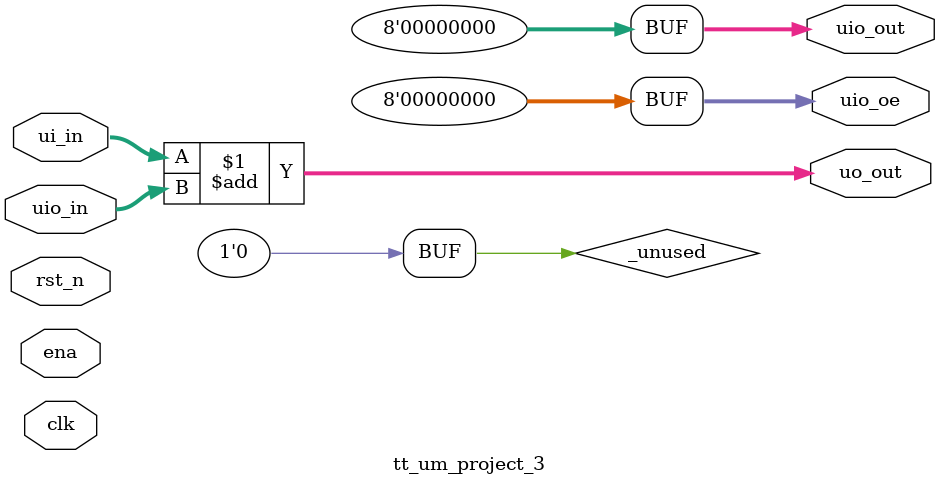
<source format=v>
/*
 * Copyright (c) 2024 Your Name
 * SPDX-License-Identifier: Apache-2.0
 */

`default_nettype none

module tt_um_project_3 (
    input  wire [7:0] ui_in,    // Dedicated inputs
    output wire [7:0] uo_out,   // Dedicated outputs
    input  wire [7:0] uio_in,   // IOs: Input path
    output wire [7:0] uio_out,  // IOs: Output path
    output wire [7:0] uio_oe,   // IOs: Enable path (active high: 0=input, 1=output)
    input  wire       ena,      // always 1 when the design is powered, so you can ignore it
    input  wire       clk,      // clock
    input  wire       rst_n     // reset_n - low to reset
);

  // All output pins must be assigned. If not used, assign to 0.
  assign uo_out  = ui_in + uio_in;  // Example: ou_out is the sum of ui_in and uio_in
  assign uio_out = 0;
  assign uio_oe  = 0;

  // List all unused inputs to prevent warnings
  wire _unused = &{ena, clk, rst_n, 1'b0};

endmodule

</source>
